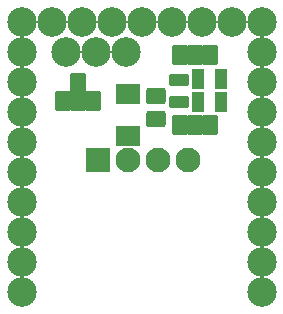
<source format=gbr>
G04 #@! TF.GenerationSoftware,KiCad,Pcbnew,6.0.4-1.fc34*
G04 #@! TF.CreationDate,2023-10-23T18:29:32+02:00*
G04 #@! TF.ProjectId,Microduino_ADC_DE,4d696372-6f64-4756-996e-6f5f4144435f,1.0*
G04 #@! TF.SameCoordinates,Original*
G04 #@! TF.FileFunction,Soldermask,Top*
G04 #@! TF.FilePolarity,Negative*
%FSLAX46Y46*%
G04 Gerber Fmt 4.6, Leading zero omitted, Abs format (unit mm)*
G04 Created by KiCad (PCBNEW 6.0.4-1.fc34) date 2023-10-23 18:29:32*
%MOMM*%
%LPD*%
G01*
G04 APERTURE LIST*
G04 Aperture macros list*
%AMRoundRect*
0 Rectangle with rounded corners*
0 $1 Rounding radius*
0 $2 $3 $4 $5 $6 $7 $8 $9 X,Y pos of 4 corners*
0 Add a 4 corners polygon primitive as box body*
4,1,4,$2,$3,$4,$5,$6,$7,$8,$9,$2,$3,0*
0 Add four circle primitives for the rounded corners*
1,1,$1+$1,$2,$3*
1,1,$1+$1,$4,$5*
1,1,$1+$1,$6,$7*
1,1,$1+$1,$8,$9*
0 Add four rect primitives between the rounded corners*
20,1,$1+$1,$2,$3,$4,$5,0*
20,1,$1+$1,$4,$5,$6,$7,0*
20,1,$1+$1,$6,$7,$8,$9,0*
20,1,$1+$1,$8,$9,$2,$3,0*%
G04 Aperture macros list end*
%ADD10RoundRect,0.200000X-0.850000X-0.850000X0.850000X-0.850000X0.850000X0.850000X-0.850000X0.850000X0*%
%ADD11C,2.100000*%
%ADD12RoundRect,0.200000X0.650000X-0.350000X0.650000X0.350000X-0.650000X0.350000X-0.650000X-0.350000X0*%
%ADD13RoundRect,0.200000X-0.350000X-0.650000X0.350000X-0.650000X0.350000X0.650000X-0.350000X0.650000X0*%
%ADD14RoundRect,0.200000X0.625000X-0.500000X0.625000X0.500000X-0.625000X0.500000X-0.625000X-0.500000X0*%
%ADD15RoundRect,0.200000X0.850000X-0.650000X0.850000X0.650000X-0.850000X0.650000X-0.850000X-0.650000X0*%
%ADD16RoundRect,0.200000X0.485000X-0.635000X0.485000X0.635000X-0.485000X0.635000X-0.485000X-0.635000X0*%
%ADD17RoundRect,0.200000X-0.485000X0.635000X-0.485000X-0.635000X0.485000X-0.635000X0.485000X0.635000X0*%
%ADD18C,2.500000*%
G04 APERTURE END LIST*
D10*
X147711000Y-77025000D03*
D11*
X150251000Y-77025000D03*
X152791000Y-77025000D03*
X155331000Y-77025000D03*
D12*
X154636000Y-72100000D03*
X154636000Y-70200000D03*
D13*
X156236000Y-70125000D03*
X158136000Y-70125000D03*
D14*
X152661000Y-73550000D03*
X152661000Y-71550000D03*
D15*
X150311000Y-74950000D03*
X150311000Y-71450000D03*
D13*
X156236000Y-72100000D03*
X158136000Y-72100000D03*
D16*
X154641000Y-68150000D03*
X155911000Y-68150000D03*
X157181000Y-68150000D03*
X154641000Y-74075000D03*
X155911000Y-74075000D03*
X157181000Y-74075000D03*
D17*
X147281000Y-72000000D03*
X146011000Y-72000000D03*
X144741000Y-72000000D03*
X146011000Y-70450000D03*
D18*
X161581000Y-88165000D03*
X161581000Y-85625000D03*
X161581000Y-83085000D03*
X161581000Y-80545000D03*
X161581000Y-78005000D03*
X161581000Y-75465000D03*
X161581000Y-72925000D03*
X161581000Y-70385000D03*
X161581000Y-67845000D03*
X161581000Y-65305000D03*
X159041000Y-65305000D03*
X156501000Y-65305000D03*
X153961000Y-65305000D03*
X151421000Y-65305000D03*
X148881000Y-65305000D03*
X146341000Y-65305000D03*
X143801000Y-65305000D03*
X141261000Y-65305000D03*
X141261000Y-67845000D03*
X141261000Y-70385000D03*
X141261000Y-72925000D03*
X141261000Y-75465000D03*
X141261000Y-78005000D03*
X141261000Y-80545000D03*
X141261000Y-83085000D03*
X141261000Y-85625000D03*
X141261000Y-88165000D03*
X145061000Y-67875000D03*
X147601000Y-67875000D03*
X150141000Y-67875000D03*
M02*

</source>
